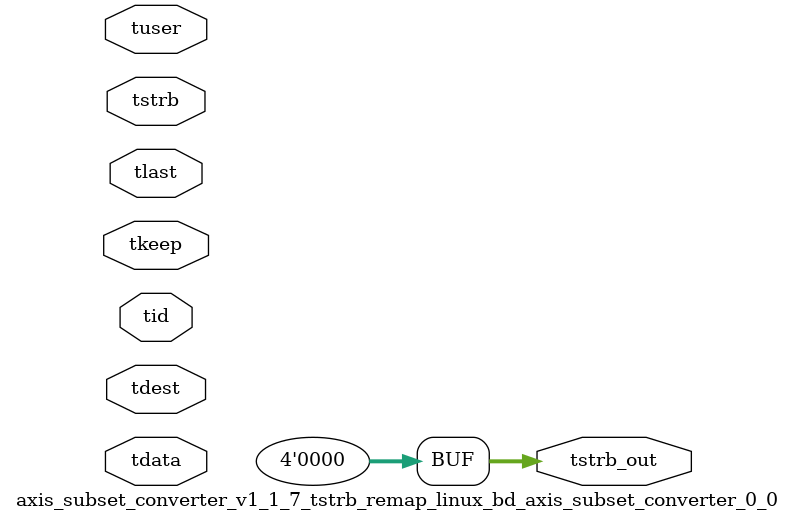
<source format=v>


`timescale 1ps/1ps

module axis_subset_converter_v1_1_7_tstrb_remap_linux_bd_axis_subset_converter_0_0 #
(
parameter C_S_AXIS_TDATA_WIDTH = 32,
parameter C_S_AXIS_TUSER_WIDTH = 0,
parameter C_S_AXIS_TID_WIDTH   = 0,
parameter C_S_AXIS_TDEST_WIDTH = 0,
parameter C_M_AXIS_TDATA_WIDTH = 32
)
(
input  [(C_S_AXIS_TDATA_WIDTH == 0 ? 1 : C_S_AXIS_TDATA_WIDTH)-1:0     ] tdata,
input  [(C_S_AXIS_TUSER_WIDTH == 0 ? 1 : C_S_AXIS_TUSER_WIDTH)-1:0     ] tuser,
input  [(C_S_AXIS_TID_WIDTH   == 0 ? 1 : C_S_AXIS_TID_WIDTH)-1:0       ] tid,
input  [(C_S_AXIS_TDEST_WIDTH == 0 ? 1 : C_S_AXIS_TDEST_WIDTH)-1:0     ] tdest,
input  [(C_S_AXIS_TDATA_WIDTH/8)-1:0 ] tkeep,
input  [(C_S_AXIS_TDATA_WIDTH/8)-1:0 ] tstrb,
input                                                                    tlast,
output [(C_M_AXIS_TDATA_WIDTH/8)-1:0 ] tstrb_out
);

assign tstrb_out = {1'b0};

endmodule


</source>
